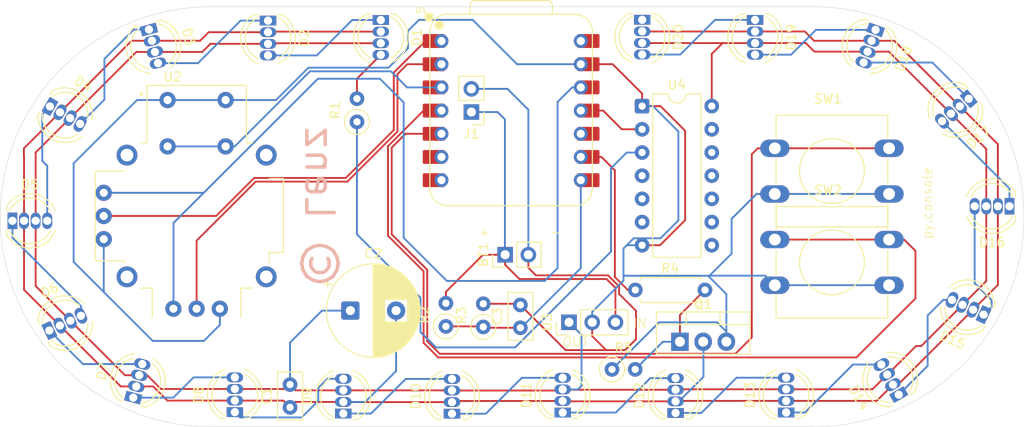
<source format=kicad_pcb>
(kicad_pcb (version 20241229) (generator "pcbnew") (generator_version "9.0")
  (layers (0 "F.Cu" signal) (2 "B.Cu" signal) (13 "F.Paste" user) (15 "B.Paste" user) (5 "F.SilkS" user "F.Silkscreen") (7 "B.SilkS" user "B.Silkscreen") (1 "F.Mask" user) (3 "B.Mask" user) (25 "Edge.Cuts" user))
  (net 0 "")
  (net 1 "Net-(BT1-+)")
  (net 2 "Net-(BT1--)")
  (net 3 "Net-(D1-VDD)")
  (net 4 "Net-(D1-DIN)")
  (net 5 "Net-(D1-DO)")
  (net 6 "Net-(D2-DO)")
  (net 7 "Net-(D3-DO)")
  (net 8 "Net-(D4-DO)")
  (net 9 "Net-(D5-DO)")
  (net 10 "Net-(D6-DO)")
  (net 11 "Net-(D7-DO)")
  (net 12 "Net-(D8-DO)")
  (net 13 "Net-(D10-DIN)")
  (net 14 "Net-(D10-DO)")
  (net 15 "Net-(D11-DO)")
  (net 16 "Net-(D12-DO)")
  (net 17 "Net-(D13-DO)")
  (net 18 "Net-(D14-DO)")
  (net 19 "Net-(D15-DO)")
  (net 20 "Net-(D16-DO)")
  (net 21 "Net-(D17-DO)")
  (net 22 "Net-(D18-DO)")
  (net 23 "Net-(D19-DO)")
  (net 25 "Net-(U4A-O)")
  (net 26 "Net-(U1-D4)")
  (net 27 "Net-(U1-D3)")
  (net 28 "Net-(U1-D10)")
  (net 29 "Net-(U1-D7)")
  (net 30 "Net-(U1-D1)")
  (net 31 "Net-(U1-VCC_3V3)")
  (net 33 "Net-(Q1-G)")
  (net 34 "Net-(U1-D0)")
  (net 38 "Net-(U1-D2)")
  (net 40 "Net-(D1-GND)")
  (net 41 "Net-(U1-D8)")
  (footprint "Resistor_THT:R_Axial_DIN0207_L6.3mm_D2.5mm_P2.54mm_Vertical" (layer "F.Cu") (at 105.76 85.01 90)
    (property "Reference" "R2")
    (property "Value" "R")
  )
  (footprint "Package_TO_SOT_THT:TO-220-3_Vertical" (layer "F.Cu") (at 131.37 86.69)
    (property "Reference" "Q1")
    (property "Value" "IRLZ34N")
  )
  (footprint "LED_THT:LED_D5.0mm-4_RGB" (layer "F.Cu") (at 155.312321 92.489468 120)
    (property "Reference" "D14")
    (property "Value" "PL9823")
  )
  (footprint "LED_THT:LED_D5.0mm-4_RGB" (layer "F.Cu") (at 62.441561 60.920539 -30)
    (property "Reference" "D4")
    (property "Value" "PL9823")
  )
  (footprint "Resistor_THT:R_Axial_DIN0207_L6.3mm_D2.5mm_P2.54mm_Vertical" (layer "F.Cu") (at 96.03 62.605 90)
    (property "Reference" "R1")
    (property "Value" "330Ω")
  )
  (footprint "LED_THT:LED_D5.0mm-4_RGB" (layer "F.Cu") (at 167.425 71.85 180)
    (property "Reference" "D16")
    (property "Value" "PL9823")
  )
  (footprint "LED_THT:LED_D5.0mm-4_RGB" (layer "F.Cu") (at 71.55443 92.814225 75)
    (property "Reference" "D7")
    (property "Value" "PL9823")
  )
  (footprint "LED_THT:LED_D5.0mm-4_RGB" (layer "F.Cu") (at 62.374532 85.457049 25)
    (property "Reference" "D6")
    (property "Value" "PL9823")
  )
  (footprint "Resistor_THT:R_Axial_DIN0207_L6.3mm_D2.5mm_P7.62mm_Horizontal" (layer "F.Cu") (at 126.49 81.02)
    (property "Reference" "R4")
    (property "Value" "R")
  )
  (footprint "Capacitor_THT:C_Disc_D5.0mm_W2.5mm_P2.50mm" (layer "F.Cu") (at 88.71 93.88 90)
    (property "Reference" "C1")
    (property "Value" "C")
  )
  (footprint "Resistor_THT:R_Axial_DIN0207_L6.3mm_D2.5mm_P2.54mm_Vertical" (layer "F.Cu") (at 123.935 89.72)
    (property "Reference" "R5")
    (property "Value" "R")
  )
  (footprint "Capacitor_THT:C_Disc_D5.0mm_W2.5mm_P2.50mm" (layer "F.Cu") (at 113.91 85.16 90)
    (property "Reference" "C3")
    (property "Value" "C")
  )
  (footprint "LED_THT:LED_D5.0mm-4_RGB" (layer "F.Cu") (at 94.54 94.555 90)
    (property "Reference" "D9")
    (property "Value" "PL9823")
  )
  (footprint "COM-09032:XDCR_COM-09032" (layer "F.Cu") (at 78.48625 72.91375)
    (property "Reference" "U2")
    (property "Value" "JOYSTICK_W_BUTTON")
  )
  (footprint "LED_THT:LED_D5.0mm-4_RGB" (layer "F.Cu") (at 127.24 51.42 -90)
    (property "Reference" "D20")
    (property "Value" "PL9823")
  )
  (footprint "Button_Switch_THT:SW_PUSH-12mm" (layer "F.Cu") (at 141.75 75.5)
    (property "Reference" "SW2")
    (property "Value" "SW_Push")
  )
  (footprint "Resistor_THT:R_Axial_DIN0207_L6.3mm_D2.5mm_P2.54mm_Vertical" (layer "F.Cu") (at 109.85 85.07 90)
    (property "Reference" "R3")
    (property "Value" "R")
  )
  (footprint "Button_Switch_THT:SW_PUSH-12mm" (layer "F.Cu") (at 141.75 65.5)
    (property "Reference" "SW1")
    (property "Value" "SW_Push")
  )
  (footprint "LED_THT:LED_D5.0mm-4_RGB" (layer "F.Cu") (at 86.3 51.515 -90)
    (property "Reference" "D2")
    (property "Value" "PL9823")
  )
  (footprint "Seeed Studio XIAO Series Library:XIAO-ESP32C3-DIP" (layer "F.Cu") (at 113.02 61.37)
    (property "Reference" "U1")
    (property "Value" "XIAO ESP32C3")
  )
  (footprint "LED_THT:LED_D5.0mm-4_RGB" (layer "F.Cu") (at 164.590978 83.719426 155)
    (property "Reference" "D15")
    (property "Value" "PL9823")
  )
  (footprint "Connector_PinHeader_2.54mm:PinHeader_1x02_P2.54mm_Vertical" (layer "F.Cu") (at 108.55 61.53 180)
    (property "Reference" "J1")
    (property "Value" "Conn_01x02")
  )
  (footprint "LED_THT:LED_D5.0mm-4_RGB" (layer "F.Cu") (at 118.54 94.45 90)
    (property "Reference" "D11")
    (property "Value" "PL9823")
  )
  (footprint "LED_THT:LED_D5.0mm-4_RGB" (layer "F.Cu") (at 130.89 94.49 90)
    (property "Reference" "D12")
    (property "Value" "PL9823")
  )
  (footprint "LED_THT:LED_D5.0mm-4_RGB" (layer "F.Cu") (at 73.273079 52.491471 -75)
    (property "Reference" "D3")
    (property "Value" "PL9823")
  )
  (footprint "LED_THT:LED_D5.0mm-4_RGB" (layer "F.Cu") (at 152.771027 52.526267 -110)
    (property "Reference" "D18")
    (property "Value" "PL9823")
  )
  (footprint "LED_THT:LED_D5.0mm-4_RGB" (layer "F.Cu") (at 98.64 51.45 -90)
    (property "Reference" "D1")
    (property "Value" "PL9823")
  )
  (footprint "LED_THT:LED_D5.0mm-4_RGB" (layer "F.Cu") (at 106.43 94.575 90)
    (property "Reference" "D10")
    (property "Value" "PL9823")
  )
  (footprint "Connector_PinHeader_2.54mm:PinHeader_1x03_P2.54mm_Vertical" (layer "F.Cu") (at 119.23 84.56 90)
    (property "Reference" "U3")
    (property "Value" "~")
  )
  (footprint "Package_DIP:DIP-14_W7.62mm" (layer "F.Cu") (at 127.23 60.88)
    (property "Reference" "U4")
    (property "Value" "74125")
  )
  (footprint "LED_THT:LED_D5.0mm-4_RGB" (layer "F.Cu") (at 82.67 94.405 90)
    (property "Reference" "D8")
    (property "Value" "PL9823")
  )
  (footprint "LED_THT:LED_D5.0mm-4_RGB" (layer "F.Cu") (at 139.59 51.435 -90)
    (property "Reference" "D19")
    (property "Value" "PL9823")
  )
  (footprint "LED_THT:LED_D5.0mm-4_RGB" (layer "F.Cu") (at 142.99 94.44 90)
    (property "Reference" "D13")
    (property "Value" "PL9823")
  )
  (footprint "Connector_PinHeader_2.54mm:PinHeader_1x02_P2.54mm_Vertical" (layer "F.Cu") (at 112.245 77.16 90)
    (property "Reference" "BT1")
    (property "Value" "Battery_Cell")
  )
  (footprint "Capacitor_THT:CP_Radial_D10.0mm_P5.00mm" (layer "F.Cu") (at 95.312323 83.28)
    (property "Reference" "C2")
    (property "Value" "C_Polarized")
  )
  (footprint "LED_THT:LED_D5.0mm-4_RGB" (layer "F.Cu") (at 58.335 73.44)
    (property "Reference" "D5")
    (property "Value" "PL9823")
  )
  (footprint "LED_THT:LED_D5.0mm-4_RGB" (layer "F.Cu") (at 162.968031 60.076913 -140)
    (property "Reference" "D17")
    (property "Value" "PL9823")
  )
  (gr_line (start 80 96) (end 146 96) (stroke (width 0.05)) (layer "Edge.Cuts"))
  (gr_line (start 146 50) (end 80 50) (stroke (width 0.05)) (layer "Edge.Cuts"))
  (gr_arc (start 80 96) (mid 57 73) (end 80 50) (stroke (width 0.05)) (layer "Edge.Cuts"))
  (gr_arc (start 146 50) (mid 169 73) (end 146 96) (stroke (width 0.05)) (layer "Edge.Cuts"))
  (gr_text "+		-" (at 113.88 74.7 0) (layer "F.SilkS") (effects (font (size 1 1) (thickness 0.1))))
  (gr_text "IN\n" (at 126.17 85.26 0) (layer "F.SilkS") (effects (font (size 1 1) (thickness 0.1)) (justify left bottom)))
  (gr_text "OUT" (at 118.46 87.29 0) (layer "F.SilkS") (effects (font (size 1 1) (thickness 0.1)) (justify left bottom)))
  (gr_text "py.console" (at 158.44 71.5 90) (layer "F.SilkS") (effects (font (size 1 1) (thickness 0.1))))
  (gr_text "© Lenz" (at 91.92 71.9 270) (layer "B.SilkS") (effects (font (size 3 3) (thickness 0.375)) (justify mirror)))
  (segment (start 124.21 84.79) (end 124.23 84.77) (width 0.2) (layer "F.Cu") (net 1))
  (segment (start 112.245 77.16) (end 112.245 78.265) (width 0.2) (layer "F.Cu") (net 1))
  (segment (start 105.76 82.47) (end 105.76 81.23) (width 0.2) (layer "F.Cu") (net 1))
  (segment (start 112.245 78.265) (end 113.799 79.819) (width 0.2) (layer "F.Cu") (net 1))
  (segment (start 109.83 77.16) (end 112.245 77.16) (width 0.2) (layer "F.Cu") (net 1))
  (segment (start 123.3361 79.819) (end 124.31 80.7929) (width 0.2) (layer "F.Cu") (net 1))
  (segment (start 105.76 81.23) (end 109.83 77.16) (width 0.2) (layer "F.Cu") (net 1))
  (segment (start 113.799 79.819) (end 123.3361 79.819) (width 0.2) (layer "F.Cu") (net 1))
  (segment (start 124.31 80.7929) (end 124.31 84.369) (width 0.2) (layer "F.Cu") (net 1))
  (segment (start 112.22 62.33) (end 112.22 77.135) (width 0.2) (layer "B.Cu") (net 1))
  (segment (start 108.55 61.53) (end 111.42 61.53) (width 0.2) (layer "B.Cu") (net 1))
  (segment (start 111.42 61.53) (end 112.22 62.33) (width 0.2) (layer "B.Cu") (net 1))
  (segment (start 112.22 77.135) (end 112.245 77.16) (width 0.2) (layer "B.Cu") (net 1))
  (segment (start 123.5022 79.418) (end 124.711 80.6268) (width 0.2) (layer "F.Cu") (net 2))
  (segment (start 121.77 86.08) (end 123.298 87.608) (width 0.2) (layer "F.Cu") (net 2))
  (segment (start 115.61 79.418) (end 123.5022 79.418) (width 0.2) (layer "F.Cu") (net 2))
  (segment (start 121.77 84.56) (end 121.77 86.08) (width 0.2) (layer "F.Cu") (net 2))
  (segment (start 124.711 80.6268) (end 124.711 81.451) (width 0.2) (layer "F.Cu") (net 2))
  (segment (start 113.78 82.53) (end 113.91 82.66) (width 0.2) (layer "F.Cu") (net 2))
  (segment (start 127.23 60.88) (end 127.23 59.51) (width 0.2) (layer "F.Cu") (net 2))
  (segment (start 118.858 87.608) (end 113.91 82.66) (width 0.2) (layer "F.Cu") (net 2))
  (segment (start 127.23 59.51) (end 124.01 56.29) (width 0.2) (layer "F.Cu") (net 2))
  (segment (start 129.23 60.88) (end 131.94 63.59) (width 0.2) (layer "F.Cu") (net 2))
  (segment (start 109.85 82.53) (end 113.78 82.53) (width 0.2) (layer "F.Cu") (net 2))
  (segment (start 127.23 60.88) (end 129.23 60.88) (width 0.2) (layer "F.Cu") (net 2))
  (segment (start 124.01 56.29) (end 121.355 56.29) (width 0.2) (layer "F.Cu") (net 2))
  (segment (start 129.19 76.12) (end 127.23 76.12) (width 0.2) (layer "F.Cu") (net 2))
  (segment (start 126.56 83.3) (end 126.56 86.42) (width 0.2) (layer "F.Cu") (net 2))
  (segment (start 125.372 87.608) (end 118.858 87.608) (width 0.2) (layer "F.Cu") (net 2))
  (segment (start 114.785 77.16) (end 114.785 78.593) (width 0.2) (layer "F.Cu") (net 2))
  (segment (start 131.94 73.37) (end 129.19 76.12) (width 0.2) (layer "F.Cu") (net 2))
  (segment (start 124.711 81.451) (end 126.56 83.3) (width 0.2) (layer "F.Cu") (net 2))
  (segment (start 126.56 86.42) (end 125.372 87.608) (width 0.2) (layer "F.Cu") (net 2))
  (segment (start 131.94 63.59) (end 131.94 73.37) (width 0.2) (layer "F.Cu") (net 2))
  (segment (start 114.785 78.593) (end 115.61 79.418) (width 0.2) (layer "F.Cu") (net 2))
  (segment (start 136.45 81.47) (end 136.45 86.69) (width 0.2) (layer "B.Cu") (net 2))
  (segment (start 125.31 79.46) (end 134.44 79.46) (width 0.2) (layer "B.Cu") (net 2))
  (segment (start 108.69 51.43) (end 102.82 51.43) (width 0.2) (layer "B.Cu") (net 2))
  (segment (start 99.481 56.669) (end 90.7189 56.669) (width 0.2) (layer "B.Cu") (net 2))
  (segment (start 81.02625 84.85375) (end 79.28 86.6) (width 0.2) (layer "B.Cu") (net 2))
  (segment (start 131.2 73.4) (end 129.24 75.36) (width 0.2) (layer "B.Cu") (net 2))
  (segment (start 154.25 80.5) (end 141.75 80.5) (width 0.2) (layer "B.Cu") (net 2))
  (segment (start 125.19 80) (end 125.19 79.34) (width 0.2) (layer "B.Cu") (net 2))
  (segment (start 81.02625 83.07375) (end 81.02625 84.85375) (width 0.2) (layer "B.Cu") (net 2))
  (segment (start 101.61 52.64) (end 101.61 54.54) (width 0.2) (layer "B.Cu") (net 2))
  (segment (start 131.2 63.66) (end 131.2 73.4) (width 0.2) (layer "B.Cu") (net 2))
  (segment (start 137.02 77.04) (end 134.61 79.45) (width 0.2) (layer "B.Cu") (net 2))
  (segment (start 121.77 84.56) (end 121.77 83.42) (width 0.2) (layer "B.Cu") (net 2))
  (segment (start 90.7189 56.669) (end 87.17415 60.21375) (width 0.2) (layer "B.Cu") (net 2))
  (segment (start 102.82 51.43) (end 101.61 52.64) (width 0.2) (layer "B.Cu") (net 2))
  (segment (start 114.785 61.275) (end 114.785 77.16) (width 0.2) (layer "B.Cu") (net 2))
  (segment (start 135.43 84.56) (end 136.45 85.58) (width 0.2) (layer "B.Cu") (net 2))
  (segment (start 65.03 67.15) (end 65.03 77.94) (width 0.2) (layer "B.Cu") (net 2))
  (segment (start 87.17415 60.21375) (end 81.66125 60.21375) (width 0.2) (layer "B.Cu") (net 2))
  (segment (start 113.55 56.29) (end 108.69 51.43) (width 0.2) (layer "B.Cu") (net 2))
  (segment (start 128.42 60.88) (end 131.2 63.66) (width 0.2) (layer "B.Cu") (net 2))
  (segment (start 68.32625 75.45375) (end 68.32625 81.23625) (width 0.2) (layer "B.Cu") (net 2))
  (segment (start 141.75 80.5) (end 140.7 79.45) (width 0.2) (layer "B.Cu") (net 2))
  (segment (start 126.31 75.36) (end 125.55 76.12) (width 0.2) (layer "B.Cu") (net 2))
  (segment (start 101.61 54.54) (end 99.481 56.669) (width 0.2) (layer "B.Cu") (net 2))
  (segment (start 154.25 70.5) (end 141.75 70.5) (width 0.2) (layer "B.Cu") (net 2))
  (segment (start 81.66 60.21) (end 81.65625 60.21375) (width 0.2) (layer "B.Cu") (net 2))
  (segment (start 127.23 60.88) (end 128.42 60.88) (width 0.2) (layer "B.Cu") (net 2))
  (segment (start 79.28 86.6) (end 73.69 86.6) (width 0.2) (layer "B.Cu") (net 2))
  (segment (start 112.5 58.99) (end 114.785 61.275) (width 0.2) (layer "B.Cu") (net 2))
  (segment (start 125.55 76.12) (end 125.19 76.48) (width 0.2) (layer "B.Cu") (net 2))
  (segment (start 65.03 77.94) (end 68.32625 81.23625) (width 0.2) (layer "B.Cu") (net 2))
  (segment (start 141.75 70.5) (end 139.75 70.5) (width 0.2) (layer "B.Cu") (net 2))
  (segment (start 129.095 84.56) (end 135.43 84.56) (width 0.2) (layer "B.Cu") (net 2))
  (segment (start 125.55 76.12) (end 127.23 76.12) (width 0.2) (layer "B.Cu") (net 2))
  (segment (start 121.77 83.42) (end 125.19 80) (width 0.2) (layer "B.Cu") (net 2))
  (segment (start 120.52 56.29) (end 113.55 56.29) (width 0.2) (layer "B.Cu") (net 2))
  (segment (start 108.55 58.99) (end 112.5 58.99) (width 0.2) (layer "B.Cu") (net 2))
  (segment (start 125.19 76.48) (end 125.19 79.34) (width 0.2) (layer "B.Cu") (net 2))
  (segment (start 134.45 79.45) (end 134.44 79.46) (width 0.2) (layer "B.Cu") (net 2))
  (segment (start 71.96625 60.21375) (end 65.03 67.15) (width 0.2) (layer "B.Cu") (net 2))
  (segment (start 139.75 70.5) (end 137.02 73.23) (width 0.2) (layer "B.Cu") (net 2))
  (segment (start 134.61 79.45) (end 134.45 79.45) (width 0.2) (layer "B.Cu") (net 2))
  (segment (start 75.31125 60.21375) (end 71.96625 60.21375) (width 0.2) (layer "B.Cu") (net 2))
  (segment (start 81.65625 60.21375) (end 75.31125 60.21375) (width 0.2) (layer "B.Cu") (net 2))
  (segment (start 136.45 85.58) (end 136.45 86.69) (width 0.2) (layer "B.Cu") (net 2))
  (segment (start 123.935 89.72) (end 129.095 84.56) (width 0.2) (layer "B.Cu") (net 2))
  (segment (start 81.66125 60.21375) (end 81.66125 60.21125) (width 0.2) (layer "B.Cu") (net 2))
  (segment (start 129.24 75.36) (end 126.31 75.36) (width 0.2) (layer "B.Cu") (net 2))
  (segment (start 125.19 79.34) (end 125.31 79.46) (width 0.2) (layer "B.Cu") (net 2))
  (segment (start 137.02 73.23) (end 137.02 77.04) (width 0.2) (layer "B.Cu") (net 2))
  (segment (start 134.44 79.46) (end 134.48 79.5) (width 0.2) (layer "B.Cu") (net 2))
  (segment (start 73.69 86.6) (end 68.32625 81.23625) (width 0.2) (layer "B.Cu") (net 2))
  (segment (start 81.66125 60.21125) (end 81.66 60.21) (width 0.2) (layer "B.Cu") (net 2))
  (segment (start 140.7 79.45) (end 134.61 79.45) (width 0.2) (layer "B.Cu") (net 2))
  (segment (start 134.48 79.5) (end 136.45 81.47) (width 0.2) (layer "B.Cu") (net 2))
  (segment (start 164.885 71.85) (end 164.885 65.572316) (width 0.2) (layer "F.Cu") (net 3))
  (segment (start 154.042321 90.289763) (end 154.070237 90.289763) (width 0.2) (layer "F.Cu") (net 3))
  (segment (start 72.21183 90.360773) (end 73.080773 90.360773) (width 0.2) (layer "F.Cu") (net 3))
  (segment (start 64.641266 62.190538) (end 60.91 65.921804) (width 0.2) (layer "F.Cu") (net 3))
  (segment (start 161.022278 61.709594) (end 154.22577 54.913086) (width 0.2) (layer "F.Cu") (net 3))
  (segment (start 80.01 54.04) (end 79.105077 54.944923) (width 0.2) (layer "F.Cu") (net 3))
  (segment (start 71.886881 54.944923) (end 64.641266 62.190538) (width 0.2) (layer "F.Cu") (net 3))
  (segment (start 130.89 91.95) (end 130.94 91.9) (width 0.2) (layer "F.Cu") (net 3))
  (segment (start 118.54 91.91) (end 118.66 91.91) (width 0.2) (layer "F.Cu") (net 3))
  (segment (start 136.04 53.975) (end 127.255 53.975) (width 0.2) (layer "F.Cu") (net 3))
  (segment (start 60.875 65.975) (end 60.875 73.44) (width 0.2) (layer "F.Cu") (net 3))
  (segment (start 118.415 92.035) (end 118.54 91.91) (width 0.2) (layer "F.Cu") (net 3))
  (segment (start 151.902296 54.913086) (end 146.083086 54.913086) (width 0.2) (layer "F.Cu") (net 3))
  (segment (start 146.083086 54.913086) (end 145.145 53.975) (width 0.2) (layer "F.Cu") (net 3))
  (segment (start 157.774932 87.16) (end 162.288956 82.645976) (width 0.2) (layer "F.Cu") (net 3))
  (segment (start 164.885 80.049932) (end 164.885 71.85) (width 0.2) (layer "F.Cu") (net 3))
  (segment (start 82.67 91.865) (end 88.225 91.865) (width 0.2) (layer "F.Cu") (net 3))
  (segment (start 80.025 54.055) (end 80.01 54.04) (width 0.2) (layer "F.Cu") (net 3))
  (segment (start 88.225 91.865) (end 88.71 91.38) (width 0.2) (layer "F.Cu") (net 3))
  (segment (start 106.41 92.015) (end 106.43 92.035) (width 0.2) (layer "F.Cu") (net 3))
  (segment (start 60.875 73.44) (end 60.875 80.582045) (width 0.2) (layer "F.Cu") (net 3))
  (segment (start 94.54 92.015) (end 106.41 92.015) (width 0.2) (layer "F.Cu") (net 3))
  (segment (start 94.39 91.865) (end 94.54 92.015) (width 0.2) (layer "F.Cu") (net 3))
  (segment (start 88.71 91.38) (end 89.345 92.015) (width 0.2) (layer "F.Cu") (net 3))
  (segment (start 157.2 87.16) (end 157.774932 87.16) (width 0.2) (layer "F.Cu") (net 3))
  (segment (start 106.43 92.035) (end 118.415 92.035) (width 0.2) (layer "F.Cu") (net 3))
  (segment (start 139.59 53.975) (end 136.04 53.975) (width 0.2) (layer "F.Cu") (net 3))
  (segment (start 118.7 91.95) (end 130.89 91.95) (width 0.2) (layer "F.Cu") (net 3))
  (segment (start 70.653728 90.360773) (end 72.21183 90.360773) (width 0.2) (layer "F.Cu") (net 3))
  (segment (start 89.345 92.015) (end 94.54 92.015) (width 0.2) (layer "F.Cu") (net 3))
  (segment (start 154.070237 90.289763) (end 157.2 87.16) (width 0.2) (layer "F.Cu") (net 3))
  (segment (start 130.94 91.9) (end 142.99 91.9) (width 0.2) (layer "F.Cu") (net 3))
  (segment (start 134.85 55.165) (end 136.04 53.975) (width 0.2) (layer "F.Cu") (net 3))
  (segment (start 127.255 53.975) (end 127.24 53.96) (width 0.2) (layer "F.Cu") (net 3))
  (segment (start 86.3 54.055) (end 80.025 54.055) (width 0.2) (layer "F.Cu") (net 3))
  (segment (start 73.930479 54.944923) (end 71.886881 54.944923) (width 0.2) (layer "F.Cu") (net 3))
  (segment (start 60.91 65.94) (end 60.875 65.975) (width 0.2) (layer "F.Cu") (net 3))
  (segment (start 164.885 65.572316) (end 161.022278 61.709594) (width 0.2) (layer "F.Cu") (net 3))
  (segment (start 145.145 53.975) (end 139.59 53.975) (width 0.2) (layer "F.Cu") (net 3))
  (segment (start 86.365 53.99) (end 86.3 54.055) (width 0.2) (layer "F.Cu") (net 3))
  (segment (start 64.676554 84.383599) (end 70.653728 90.360773) (width 0.2) (layer "F.Cu") (net 3))
  (segment (start 118.66 91.91) (end 118.7 91.95) (width 0.2) (layer "F.Cu") (net 3))
  (segment (start 60.875 80.582045) (end 64.676554 84.383599) (width 0.2) (layer "F.Cu") (net 3))
  (segment (start 74.585 91.865) (end 82.67 91.865) (width 0.2) (layer "F.Cu") (net 3))
  (segment (start 152.432084 91.9) (end 154.042321 90.289763) (width 0.2) (layer "F.Cu") (net 3))
  (segment (start 73.080773 90.360773) (end 74.585 91.865) (width 0.2) (layer "F.Cu") (net 3))
  (segment (start 60.91 65.921804) (end 60.91 65.94) (width 0.2) (layer "F.Cu") (net 3))
  (segment (start 134.85 60.88) (end 134.85 55.165) (width 0.2) (layer "F.Cu") (net 3))
  (segment (start 154.22577 54.913086) (end 151.902296 54.913086) (width 0.2) (layer "F.Cu") (net 3))
  (segment (start 98.64 53.99) (end 86.365 53.99) (width 0.2) (layer "F.Cu") (net 3))
  (segment (start 142.99 91.9) (end 152.432084 91.9) (width 0.2) (layer "F.Cu") (net 3))
  (segment (start 162.288956 82.645976) (end 164.885 80.049932) (width 0.2) (layer "F.Cu") (net 3))
  (segment (start 79.105077 54.944923) (end 73.930479 54.944923) (width 0.2) (layer "F.Cu") (net 3))
  (segment (start 119.23 84.56) (end 120.6 85.93) (width 0.2) (layer "B.Cu") (net 3))
  (segment (start 88.71 91.38) (end 88.71 86.78) (width 0.2) (layer "B.Cu") (net 3))
  (segment (start 120.6 85.93) (end 120.6 91.53) (width 0.2) (layer "B.Cu") (net 3))
  (segment (start 120.6 91.53) (end 120.22 91.91) (width 0.2) (layer "B.Cu") (net 3))
  (segment (start 92.21 83.28) (end 95.312323 83.28) (width 0.2) (layer "B.Cu") (net 3))
  (segment (start 120.22 91.91) (end 118.54 91.91) (width 0.2) (layer "B.Cu") (net 3))
  (segment (start 88.71 86.78) (end 92.21 83.28) (width 0.2) (layer "B.Cu") (net 3))
  (segment (start 98.64 55.26) (end 96.03 57.87) (width 0.2) (layer "F.Cu") (net 4))
  (segment (start 96.03 57.87) (end 96.03 60.065) (width 0.2) (layer "F.Cu") (net 4))
  (segment (start 95.51 51.45) (end 91.635 55.325) (width 0.2) (layer "B.Cu") (net 5))
  (segment (start 98.64 51.45) (end 95.51 51.45) (width 0.2) (layer "B.Cu") (net 5))
  (segment (start 91.635 55.325) (end 86.3 55.325) (width 0.2) (layer "B.Cu") (net 5))
  (segment (start 86.3 51.515) (end 83.295 51.515) (width 0.2) (layer "B.Cu") (net 6))
  (segment (start 78.638352 56.171648) (end 74.259181 56.171648) (width 0.2) (layer "B.Cu") (net 6))
  (segment (start 83.295 51.515) (end 78.638352 56.171648) (width 0.2) (layer "B.Cu") (net 6))
  (segment (start 73.273079 52.491471) (end 71.608529 52.491471) (width 0.2) (layer "B.Cu") (net 7))
  (segment (start 71.608529 52.491471) (end 68.4 55.7) (width 0.2) (layer "B.Cu") (net 7))
  (segment (start 68.4 60.166658) (end 65.741118 62.82554) (width 0.2) (layer "B.Cu") (net 7))
  (segment (start 68.4 55.7) (end 68.4 60.166658) (width 0.2) (layer "B.Cu") (net 7))
  (segment (start 61.6 61.7621) (end 61.6 66.88) (width 0.2) (layer "B.Cu") (net 8))
  (segment (start 62.145 67.425) (end 62.145 73.44) (width 0.2) (layer "B.Cu") (net 8))
  (segment (start 62.441561 60.920539) (end 61.6 61.7621) (width 0.2) (layer "B.Cu") (net 8))
  (segment (start 61.6 66.88) (end 62.145 67.425) (width 0.2) (layer "B.Cu") (net 8))
  (segment (start 58.335 75.295) (end 65.827565 82.787565) (width 0.2) (layer "B.Cu") (net 9))
  (segment (start 58.335 73.44) (end 58.335 75.295) (width 0.2) (layer "B.Cu") (net 9))
  (segment (start 65.827565 82.787565) (end 65.827565 83.846873) (width 0.2) (layer "B.Cu") (net 9))
  (segment (start 62.374532 85.457049) (end 66.051531 89.134048) (width 0.2) (layer "B.Cu") (net 10))
  (segment (start 66.051531 89.134048) (end 72.540532 89.134048) (width 0.2) (layer "B.Cu") (net 10))
  (segment (start 75.935775 92.814225) (end 78.155 90.595) (width 0.2) (layer "B.Cu") (net 11))
  (segment (start 71.55443 92.814225) (end 75.935775 92.814225) (width 0.2) (layer "B.Cu") (net 11))
  (segment (start 78.155 90.595) (end 82.67 90.595) (width 0.2) (layer "B.Cu") (net 11))
  (segment (start 82.67 94.405) (end 83.246 94.981) (width 0.2) (layer "B.Cu") (net 12))
  (segment (start 92.795 90.745) (end 94.54 90.745) (width 0.2) (layer "B.Cu") (net 12))
  (segment (start 89.979 94.981) (end 91.8 93.16) (width 0.2) (layer "B.Cu") (net 12))
  (segment (start 91.8 93.16) (end 91.8 91.74) (width 0.2) (layer "B.Cu") (net 12))
  (segment (start 83.246 94.981) (end 89.979 94.981) (width 0.2) (layer "B.Cu") (net 12))
  (segment (start 91.8 91.74) (end 92.795 90.745) (width 0.2) (layer "B.Cu") (net 12))
  (segment (start 101.365 90.765) (end 106.43 90.765) (width 0.2) (layer "B.Cu") (net 13))
  (segment (start 94.54 94.555) (end 97.575 94.555) (width 0.2) (layer "B.Cu") (net 13))
  (segment (start 97.575 94.555) (end 101.365 90.765) (width 0.2) (layer "B.Cu") (net 13))
  (segment (start 110.135 94.575) (end 114.07 90.64) (width 0.2) (layer "B.Cu") (net 14))
  (segment (start 106.43 94.575) (end 110.135 94.575) (width 0.2) (layer "B.Cu") (net 14))
  (segment (start 114.07 90.64) (end 118.54 90.64) (width 0.2) (layer "B.Cu") (net 14))
  (segment (start 128.12 90.68) (end 130.89 90.68) (width 0.2) (layer "B.Cu") (net 15))
  (segment (start 124.35 94.45) (end 128.12 90.68) (width 0.2) (layer "B.Cu") (net 15))
  (segment (start 118.54 94.45) (end 124.35 94.45) (width 0.2) (layer "B.Cu") (net 15))
  (segment (start 137.57 90.63) (end 142.99 90.63) (width 0.2) (layer "B.Cu") (net 16))
  (segment (start 130.89 94.49) (end 133.71 94.49) (width 0.2) (layer "B.Cu") (net 16))
  (segment (start 133.71 94.49) (end 137.57 90.63) (width 0.2) (layer "B.Cu") (net 16))
  (segment (start 150.300089 89.189911) (end 153.407321 89.189911) (width 0.2) (layer "B.Cu") (net 17))
  (segment (start 142.99 94.44) (end 145.05 94.44) (width 0.2) (layer "B.Cu") (net 17))
  (segment (start 145.05 94.44) (end 150.300089 89.189911) (width 0.2) (layer "B.Cu") (net 17))
  (segment (start 155.312321 92.489468) (end 158.47 89.331789) (width 0.2) (layer "B.Cu") (net 18))
  (segment (start 158.47 83.81) (end 160.17075 82.10925) (width 0.2) (layer "B.Cu") (net 18))
  (segment (start 158.47 89.331789) (end 158.47 83.81) (width 0.2) (layer "B.Cu") (net 18))
  (segment (start 160.17075 82.10925) (end 161.137945 82.10925) (width 0.2) (layer "B.Cu") (net 18))
  (segment (start 163.615 80.275) (end 163.615 71.85) (width 0.2) (layer "B.Cu") (net 19))
  (segment (start 165.47 82.840404) (end 165.47 82.13) (width 0.2) (layer "B.Cu") (net 19))
  (segment (start 165.47 82.13) (end 163.615 80.275) (width 0.2) (layer "B.Cu") (net 19))
  (segment (start 164.590978 83.719426) (end 165.47 82.840404) (width 0.2) (layer "B.Cu") (net 19))
  (segment (start 167.425 69.901532) (end 160.049402 62.525934) (width 0.2) (layer "B.Cu") (net 20))
  (segment (start 167.425 71.85) (end 167.425 69.901532) (width 0.2) (layer "B.Cu") (net 20))
  (segment (start 162.968031 60.076913) (end 158.997614 56.106496) (width 0.2) (layer "B.Cu") (net 21))
  (segment (start 158.997614 56.106496) (end 151.46793 56.106496) (width 0.2) (layer "B.Cu") (net 21))
  (segment (start 152.771027 52.526267) (end 146.253733 52.526267) (width 0.2) (layer "B.Cu") (net 22))
  (segment (start 143.535 55.245) (end 139.59 55.245) (width 0.2) (layer "B.Cu") (net 22))
  (segment (start 146.253733 52.526267) (end 143.535 55.245) (width 0.2) (layer "B.Cu") (net 22))
  (segment (start 135.215 51.435) (end 139.59 51.435) (width 0.2) (layer "B.Cu") (net 23))
  (segment (start 135.21 51.43) (end 135.215 51.435) (width 0.2) (layer "B.Cu") (net 23))
  (segment (start 127.24 55.23) (end 131.41 55.23) (width 0.2) (layer "B.Cu") (net 23))
  (segment (start 131.41 55.23) (end 135.21 51.43) (width 0.2) (layer "B.Cu") (net 23))
  (segment (start 125.54 65.97) (end 123.829 67.681) (width 0.2) (layer "B.Cu") (net 25))
  (segment (start 127.22 65.97) (end 125.54 65.97) (width 0.2) (layer "B.Cu") (net 25))
  (segment (start 123.829 76.821) (end 113.34 87.31) (width 0.2) (layer "B.Cu") (net 25))
  (segment (start 113.34 87.31) (end 104.67 87.31) (width 0.2) (layer "B.Cu") (net 25))
  (segment (start 123.829 67.681) (end 123.829 76.821) (width 0.2) (layer "B.Cu") (net 25))
  (segment (start 96.03 74.92) (end 96.03 62.605) (width 0.2) (layer "B.Cu") (net 25))
  (segment (start 127.23 65.96) (end 127.22 65.97) (width 0.2) (layer "B.Cu") (net 25))
  (segment (start 104.67 87.31) (end 102.98 85.62) (width 0.2) (layer "B.Cu") (net 25))
  (segment (start 102.98 81.87) (end 96.03 74.92) (width 0.2) (layer "B.Cu") (net 25))
  (segment (start 102.98 85.62) (end 102.98 81.87) (width 0.2) (layer "B.Cu") (net 25))
  (segment (start 154.25 65.5) (end 141.75 65.5) (width 0.2) (layer "F.Cu") (net 26))
  (segment (start 137.441 88.009) (end 139.23 86.22) (width 0.2) (layer "F.Cu") (net 26))
  (segment (start 99.83 74.92) (end 103.72 78.81) (width 0.2) (layer "F.Cu") (net 26))
  (segment (start 99.83 65.4313) (end 99.83 74.92) (width 0.2) (layer "F.Cu") (net 26))
  (segment (start 139.88 65.5) (end 141.75 65.5) (width 0.2) (layer "F.Cu") (net 26))
  (segment (start 103.72 86.64) (end 105.089 88.009) (width 0.2) (layer "F.Cu") (net 26))
  (segment (start 105.089 88.009) (end 137.441 88.009) (width 0.2) (layer "F.Cu") (net 26))
  (segment (start 139.23 86.22) (end 139.23 66.15) (width 0.2) (layer "F.Cu") (net 26))
  (segment (start 101.3513 63.91) (end 99.83 65.4313) (width 0.2) (layer "F.Cu") (net 26))
  (segment (start 139.23 66.15) (end 139.88 65.5) (width 0.2) (layer "F.Cu") (net 26))
  (segment (start 104.445 63.91) (end 101.3513 63.91) (width 0.2) (layer "F.Cu") (net 26))
  (segment (start 103.72 78.81) (end 103.72 86.64) (width 0.2) (layer "F.Cu") (net 26))
  (segment (start 99.429 65.2652) (end 99.429 75.0861) (width 0.2) (layer "F.Cu") (net 27))
  (segment (start 103.3242 61.37) (end 99.429 65.2652) (width 0.2) (layer "F.Cu") (net 27))
  (segment (start 155.9 75.5) (end 154.25 75.5) (width 0.2) (layer "F.Cu") (net 27))
  (segment (start 157.14 81.95) (end 157.14 76.74) (width 0.2) (layer "F.Cu") (net 27))
  (segment (start 141.75 75.5) (end 154.25 75.5) (width 0.2) (layer "F.Cu") (net 27))
  (segment (start 103.319 86.8061) (end 104.9229 88.41) (width 0.2) (layer "F.Cu") (net 27))
  (segment (start 105.28 61.37) (end 103.3242 61.37) (width 0.2) (layer "F.Cu") (net 27))
  (segment (start 99.429 75.0861) (end 103.319 78.9761) (width 0.2) (layer "F.Cu") (net 27))
  (segment (start 104.9229 88.41) (end 150.68 88.41) (width 0.2) (layer "F.Cu") (net 27))
  (segment (start 157.14 76.74) (end 155.9 75.5) (width 0.2) (layer "F.Cu") (net 27))
  (segment (start 150.68 88.41) (end 157.14 81.95) (width 0.2) (layer "F.Cu") (net 27))
  (segment (start 103.319 78.9761) (end 103.319 86.8061) (width 0.2) (layer "F.Cu") (net 27))
  (segment (start 120.52 61.37) (end 122.96 61.37) (width 0.2) (layer "F.Cu") (net 28))
  (segment (start 122.96 61.37) (end 125.01 63.42) (width 0.2) (layer "F.Cu") (net 28))
  (segment (start 125.01 63.42) (end 127.23 63.42) (width 0.2) (layer "F.Cu") (net 28))
  (segment (start 110.09 85.16) (end 113.91 85.16) (width 0.2) (layer "F.Cu") (net 29))
  (segment (start 105.76 85.01) (end 109.79 85.01) (width 0.2) (layer "F.Cu") (net 29))
  (segment (start 109.79 85.01) (end 109.85 85.07) (width 0.2) (layer "F.Cu") (net 29))
  (segment (start 110 85.07) (end 110.09 85.16) (width 0.2) (layer "F.Cu") (net 29))
  (segment (start 109.85 85.07) (end 110 85.07) (width 0.2) (layer "F.Cu") (net 29))
  (segment (start 120.52 78.63) (end 120.52 68.99) (width 0.2) (layer "B.Cu") (net 29))
  (segment (start 113.99 85.16) (end 120.52 78.63) (width 0.2) (layer "B.Cu") (net 29))
  (segment (start 113.91 85.16) (end 113.99 85.16) (width 0.2) (layer "B.Cu") (net 29))
  (segment (start 101.5471 56.29) (end 104.445 56.29) (width 0.2) (layer "F.Cu") (net 30))
  (segment (start 78.48625 83.07375) (end 78.48625 75.61375) (width 0.2) (layer "F.Cu") (net 30))
  (segment (start 94.9771 69.15) (end 100.461 63.6661) (width 0.2) (layer "F.Cu") (net 30))
  (segment (start 100.461 57.3761) (end 101.5471 56.29) (width 0.2) (layer "F.Cu") (net 30))
  (segment (start 78.48625 75.61375) (end 84.95 69.15) (width 0.2) (layer "F.Cu") (net 30))
  (segment (start 84.95 69.15) (end 94.9771 69.15) (width 0.2) (layer "F.Cu") (net 30))
  (segment (start 100.461 63.6661) (end 100.461 57.3761) (width 0.2) (layer "F.Cu") (net 30))
  (segment (start 75.94625 83.07375) (end 75.94625 81.94375) (width 0.2) (layer "B.Cu") (net 31))
  (segment (start 75.96 81.93) (end 75.96 73.677915) (width 0.2) (layer "B.Cu") (net 31))
  (segment (start 116.57 80.03) (end 117.98 78.62) (width 0.2) (layer "B.Cu") (net 31))
  (segment (start 75.94625 81.94375) (end 75.96 81.93) (width 0.2) (layer "B.Cu") (net 31))
  (segment (start 105.87 80.03) (end 116.57 80.03) (width 0.2) (layer "B.Cu") (net 31))
  (segment (start 79.25375 70.37375) (end 79.258958 70.378958) (width 0.2) (layer "B.Cu") (net 31))
  (segment (start 75.96 73.677915) (end 79.258958 70.378958) (width 0.2) (layer "B.Cu") (net 31))
  (segment (start 101.14 60.48) (end 101.14 75.3) (width 0.2) (layer "B.Cu") (net 31))
  (segment (start 117.98 60.43) (end 119.58 58.83) (width 0.2) (layer "B.Cu") (net 31))
  (segment (start 68.32625 70.37375) (end 79.25375 70.37375) (width 0.2) (layer "B.Cu") (net 31))
  (segment (start 98.54 57.88) (end 101.14 60.48) (width 0.2) (layer "B.Cu") (net 31))
  (segment (start 101.14 75.3) (end 105.87 80.03) (width 0.2) (layer "B.Cu") (net 31))
  (segment (start 117.98 78.62) (end 117.98 60.43) (width 0.2) (layer "B.Cu") (net 31))
  (segment (start 91.757915 57.88) (end 98.54 57.88) (width 0.2) (layer "B.Cu") (net 31))
  (segment (start 79.258958 70.378958) (end 91.757915 57.88) (width 0.2) (layer "B.Cu") (net 31))
  (segment (start 119.58 58.83) (end 120.52 58.83) (width 0.2) (layer "B.Cu") (net 31))
  (segment (start 131.37 86.69) (end 131.37 83.76) (width 0.2) (layer "F.Cu") (net 33))
  (segment (start 131.37 83.76) (end 134.11 81.02) (width 0.2) (layer "F.Cu") (net 33))
  (segment (start 129.505 86.69) (end 126.475 89.72) (width 0.2) (layer "B.Cu") (net 33))
  (segment (start 131.37 86.69) (end 129.505 86.69) (width 0.2) (layer "B.Cu") (net 33))
  (segment (start 94.811 68.749) (end 100.06 63.5) (width 0.2) (layer "F.Cu") (net 34))
  (segment (start 68.32625 72.91375) (end 80.61915 72.91375) (width 0.2) (layer "F.Cu") (net 34))
  (segment (start 100.06 63.5) (end 100.06 57.21) (width 0.2) (layer "F.Cu") (net 34))
  (segment (start 80.61915 72.91375) (end 84.7839 68.749) (width 0.2) (layer "F.Cu") (net 34))
  (segment (start 103.52 53.75) (end 105.28 53.75) (width 0.2) (layer "F.Cu") (net 34))
  (segment (start 84.7839 68.749) (end 94.811 68.749) (width 0.2) (layer "F.Cu") (net 34))
  (segment (start 100.06 57.21) (end 103.52 53.75) (width 0.2) (layer "F.Cu") (net 34))
  (segment (start 81.66125 65.29375) (end 82.66125 65.29375) (width 0.2) (layer "B.Cu") (net 38))
  (segment (start 75.31125 65.29375) (end 81.66125 65.29375) (width 0.2) (layer "B.Cu") (net 38))
  (segment (start 82.66125 65.29375) (end 90.885 57.07) (width 0.2) (layer "B.Cu") (net 38))
  (segment (start 90.885 57.07) (end 99.76 57.07) (width 0.2) (layer "B.Cu") (net 38))
  (segment (start 99.76 57.07) (end 101.52 58.83) (width 0.2) (layer "B.Cu") (net 38))
  (segment (start 101.52 58.83) (end 105.28 58.83) (width 0.2) (layer "B.Cu") (net 38))
  (segment (start 59.605 80.999781) (end 63.525543 84.920324) (width 0.2) (layer "F.Cu") (net 40))
  (segment (start 163.439967 83.182701) (end 155.233052 91.389616) (width 0.2) (layer "F.Cu") (net 40))
  (segment (start 127.255 52.705) (end 127.24 52.69) (width 0.2) (layer "F.Cu") (net 40))
  (segment (start 106.43 93.305) (end 94.56 93.305) (width 0.2) (layer "F.Cu") (net 40))
  (segment (start 71.88313 91.587499) (end 73.740399 91.587499) (width 0.2) (layer "F.Cu") (net 40))
  (segment (start 59.59 65.506952) (end 59.59 66.38) (width 0.2) (layer "F.Cu") (net 40))
  (segment (start 78.871803 53.718197) (end 73.601779 53.718197) (width 0.2) (layer "F.Cu") (net 40))
  (segment (start 139.59 52.705) (end 127.255 52.705) (width 0.2) (layer "F.Cu") (net 40))
  (segment (start 152.896937 93.17) (end 142.99 93.17) (width 0.2) (layer "F.Cu") (net 40))
  (segment (start 82.675 93.14) (end 87.97 93.14) (width 0.2) (layer "F.Cu") (net 40))
  (segment (start 155.233052 91.389616) (end 154.677321 91.389616) (width 0.2) (layer "F.Cu") (net 40))
  (segment (start 166.155 80.467668) (end 166.155 71.85) (width 0.2) (layer "F.Cu") (net 40))
  (segment (start 82.82 93.285) (end 82.67 93.135) (width 0.2) (layer "F.Cu") (net 40))
  (segment (start 86.3 52.785) (end 79.805 52.785) (width 0.2) (layer "F.Cu") (net 40))
  (segment (start 142.99 93.17) (end 130.94 93.17) (width 0.2) (layer "F.Cu") (net 40))
  (segment (start 87.97 93.14) (end 88.71 93.88) (width 0.2) (layer "F.Cu") (net 40))
  (segment (start 94.56 93.305) (end 94.54 93.285) (width 0.2) (layer "F.Cu") (net 40))
  (segment (start 59.605 73.44) (end 59.605 80.999781) (width 0.2) (layer "F.Cu") (net 40))
  (segment (start 75.2879 93.135) (end 82.67 93.135) (width 0.2) (layer "F.Cu") (net 40))
  (segment (start 89.305 93.285) (end 94.54 93.285) (width 0.2) (layer "F.Cu") (net 40))
  (segment (start 152.336661 53.719677) (end 154.821579 53.719677) (width 0.2) (layer "F.Cu") (net 40))
  (segment (start 146.039677 53.719677) (end 145.025 52.705) (width 0.2) (layer "F.Cu") (net 40))
  (segment (start 130.89 93.22) (end 118.58 93.22) (width 0.2) (layer "F.Cu") (net 40))
  (segment (start 86.365 52.72) (end 86.3 52.785) (width 0.2) (layer "F.Cu") (net 40))
  (segment (start 163.439967 83.182701) (end 166.155 80.467668) (width 0.2) (layer "F.Cu") (net 40))
  (segment (start 166.155 65.053098) (end 161.995155 60.893253) (width 0.2) (layer "F.Cu") (net 40))
  (segment (start 154.677321 91.389616) (end 152.896937 93.17) (width 0.2) (layer "F.Cu") (net 40))
  (segment (start 166.155 71.85) (end 166.155 65.053098) (width 0.2) (layer "F.Cu") (net 40))
  (segment (start 145.025 52.705) (end 139.59 52.705) (width 0.2) (layer "F.Cu") (net 40))
  (segment (start 79.805 52.785) (end 78.871803 53.718197) (width 0.2) (layer "F.Cu") (net 40))
  (segment (start 130.94 93.17) (end 130.89 93.22) (width 0.2) (layer "F.Cu") (net 40))
  (segment (start 73.601779 53.718197) (end 71.378755 53.718197) (width 0.2) (layer "F.Cu") (net 40))
  (segment (start 154.821579 53.719677) (end 161.995155 60.893253) (width 0.2) (layer "F.Cu") (net 40))
  (segment (start 118.54 93.18) (end 106.555 93.18) (width 0.2) (layer "F.Cu") (net 40))
  (segment (start 59.605 66.395) (end 59.605 73.44) (width 0.2) (layer "F.Cu") (net 40))
  (segment (start 118.58 93.22) (end 118.54 93.18) (width 0.2) (layer "F.Cu") (net 40))
  (segment (start 106.555 93.18) (end 106.43 93.305) (width 0.2) (layer "F.Cu") (net 40))
  (segment (start 73.740399 91.587499) (end 75.2879 93.135) (width 0.2) (layer "F.Cu") (net 40))
  (segment (start 63.525543 84.920324) (end 70.192718 91.587499) (width 0.2) (layer "F.Cu") (net 40))
  (segment (start 88.71 93.88) (end 89.305 93.285) (width 0.2) (layer "F.Cu") (net 40))
  (segment (start 71.378755 53.718197) (end 63.541413 61.555539) (width 0.2) (layer "F.Cu") (net 40))
  (segment (start 59.59 66.38) (end 59.605 66.395) (width 0.2) (layer "F.Cu") (net 40))
  (segment (start 152.336661 53.719677) (end 146.039677 53.719677) (width 0.2) (layer "F.Cu") (net 40))
  (segment (start 98.64 52.72) (end 86.365 52.72) (width 0.2) (layer "F.Cu") (net 40))
  (segment (start 63.541413 61.555539) (end 59.59 65.506952) (width 0.2) (layer "F.Cu") (net 40))
  (segment (start 82.67 93.135) (end 82.675 93.14) (width 0.2) (layer "F.Cu") (net 40))
  (segment (start 70.192718 91.587499) (end 71.88313 91.587499) (width 0.2) (layer "F.Cu") (net 40))
  (segment (start 131.255 93.22) (end 133.94 90.535) (width 0.2) (layer "B.Cu") (net 40))
  (segment (start 130.89 93.22) (end 131.255 93.22) (width 0.2) (layer "B.Cu") (net 40))
  (segment (start 100.312323 89.897677) (end 96.925 93.285) (width 0.2) (layer "B.Cu") (net 40))
  (segment (start 133.94 90.535) (end 133.94 86.72) (width 0.2) (layer "B.Cu") (net 40))
  (segment (start 133.94 86.72) (end 133.91 86.69) (width 0.2) (layer "B.Cu") (net 40))
  (segment (start 96.925 93.285) (end 94.54 93.285) (width 0.2) (layer "B.Cu") (net 40))
  (segment (start 100.312323 83.28) (end 100.312323 89.897677) (width 0.2) (layer "B.Cu") (net 40))
  (segment (start 124.25 79.6) (end 124.25 67.92) (width 0.2) (layer "F.Cu") (net 41))
  (segment (start 125.67 81.02) (end 124.25 79.6) (width 0.2) (layer "F.Cu") (net 41))
  (segment (start 126.49 81.02) (end 125.67 81.02) (width 0.2) (layer "F.Cu") (net 41))
  (segment (start 124.25 67.92) (end 122.78 66.45) (width 0.2) (layer "F.Cu") (net 41))
  (segment (start 122.78 66.45) (end 120.52 66.45) (width 0.2) (layer "F.Cu") (net 41))
)
</source>
